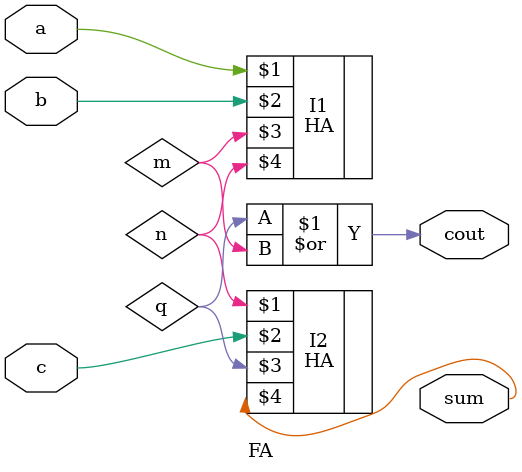
<source format=sv>
module FA(a,b,c,sum,cout);
	input logic a, b, c;
	output logic sum, cout;
	logic m,n,q;
	HA I1 (a,b,m,n);
	HA I2 (n,c,q,sum);
	or g1 (cout,q,m);
endmodule

</source>
